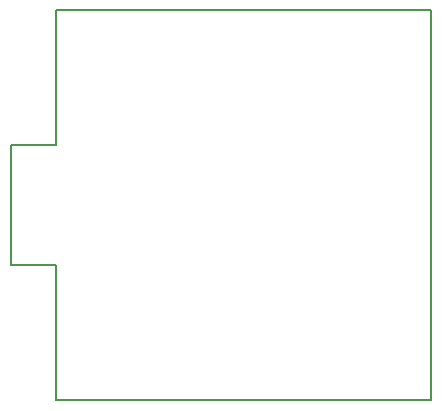
<source format=gbr>
G04 #@! TF.FileFunction,Profile,NP*
%FSLAX46Y46*%
G04 Gerber Fmt 4.6, Leading zero omitted, Abs format (unit mm)*
G04 Created by KiCad (PCBNEW 4.0.1-stable) date 2/26/2016 3:51:48 AM*
%MOMM*%
G01*
G04 APERTURE LIST*
%ADD10C,0.100000*%
%ADD11C,0.150000*%
G04 APERTURE END LIST*
D10*
D11*
X127025400Y-114300000D02*
X130810000Y-114300000D01*
X127025400Y-104140000D02*
X127025400Y-114300000D01*
X130810000Y-104140000D02*
X127025400Y-104140000D01*
X162560000Y-92710000D02*
X130810000Y-92710000D01*
X162560000Y-125730000D02*
X162560000Y-92710000D01*
X130810000Y-125730000D02*
X162560000Y-125730000D01*
X130810000Y-114300000D02*
X130810000Y-125730000D01*
X130810000Y-92710000D02*
X130810000Y-104140000D01*
M02*

</source>
